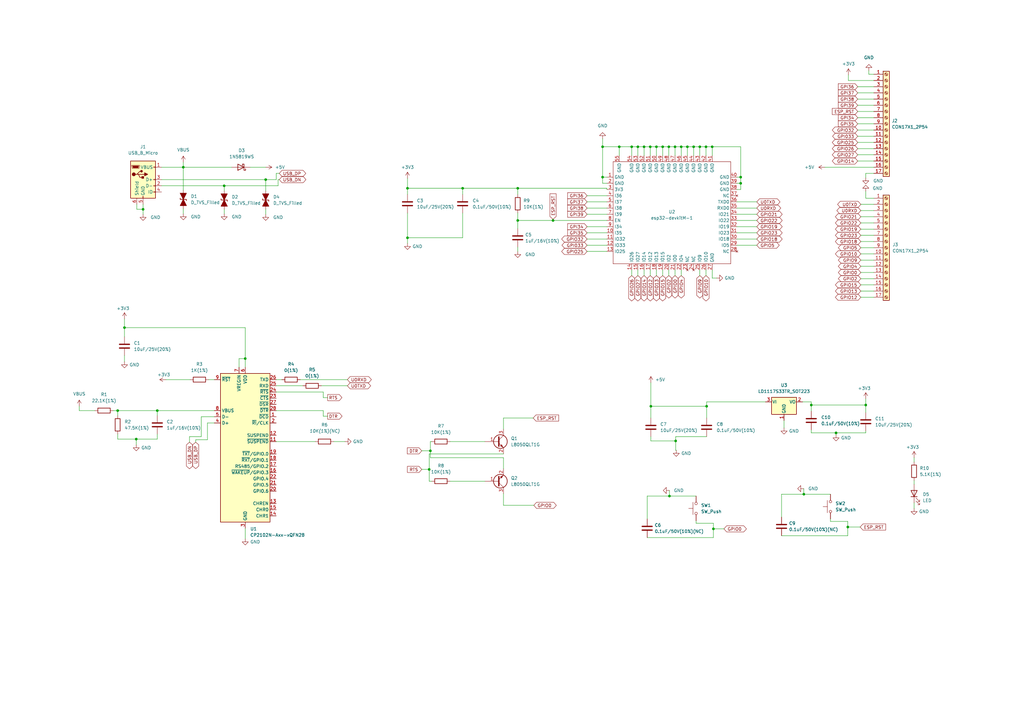
<source format=kicad_sch>
(kicad_sch (version 20211123) (generator eeschema)
  (paper "A3")
  (lib_symbols
    (symbol "Connector:Screw_Terminal_01x17" (pin_names (offset 1.016) hide)
      (property "Reference" "J" (at 0 22.86 0))
      (property "Value" "Screw_Terminal_01x17" (at 0 -22.86 0))
      (symbol "Screw_Terminal_01x17_1_1"
        (pin passive line (at -5.08 20.32 0) (length 3.81) (name "Pin_1") (number "1"))
        (pin passive line (at -5.08 -2.54 0) (length 3.81) (name "Pin_10") (number "10"))
        (pin passive line (at -5.08 -5.08 0) (length 3.81) (name "Pin_11") (number "11"))
        (pin passive line (at -5.08 -7.62 0) (length 3.81) (name "Pin_12") (number "12"))
        (pin passive line (at -5.08 -10.16 0) (length 3.81) (name "Pin_13") (number "13"))
        (pin passive line (at -5.08 -12.7 0) (length 3.81) (name "Pin_14") (number "14"))
        (pin passive line (at -5.08 -15.24 0) (length 3.81) (name "Pin_15") (number "15"))
        (pin passive line (at -5.08 -17.78 0) (length 3.81) (name "Pin_16") (number "16"))
        (pin passive line (at -5.08 -20.32 0) (length 3.81) (name "Pin_17") (number "17"))
        (pin passive line (at -5.08 17.78 0) (length 3.81) (name "Pin_2") (number "2"))
        (pin passive line (at -5.08 15.24 0) (length 3.81) (name "Pin_3") (number "3"))
        (pin passive line (at -5.08 12.7 0) (length 3.81) (name "Pin_4") (number "4"))
        (pin passive line (at -5.08 10.16 0) (length 3.81) (name "Pin_5") (number "5"))
        (pin passive line (at -5.08 7.62 0) (length 3.81) (name "Pin_6") (number "6"))
        (pin passive line (at -5.08 5.08 0) (length 3.81) (name "Pin_7") (number "7"))
        (pin passive line (at -5.08 2.54 0) (length 3.81) (name "Pin_8") (number "8"))
        (pin passive line (at -5.08 0 0) (length 3.81) (name "Pin_9") (number "9"))
      )
    )
    (symbol "Connector:USB_B_Micro" (pin_names (offset 1.016))
      (property "Reference" "J" (at -5.08 11.43 0))
      (property "Value" "USB_B_Micro" (at -5.08 8.89 0))
      (symbol "USB_B_Micro_1_1"
        (pin power_out line (at 7.62 5.08 180) (length 2.54) (name "VBUS") (number "1"))
        (pin bidirectional line (at 7.62 -2.54 180) (length 2.54) (name "D-") (number "2"))
        (pin bidirectional line (at 7.62 0 180) (length 2.54) (name "D+") (number "3"))
        (pin passive line (at 7.62 -5.08 180) (length 2.54) (name "ID") (number "4"))
        (pin power_out line (at 0 -10.16 90) (length 2.54) (name "GND") (number "5"))
        (pin passive line (at -2.54 -10.16 90) (length 2.54) (name "Shield") (number "6"))
      )
    )
    (symbol "Device:C" (pin_numbers hide) (pin_names (offset 0.254))
      (property "Reference" "C" (at 0.635 2.54 0))
      (property "Value" "C" (at 0.635 -2.54 0))
      (symbol "C_1_1"
        (pin passive line (at 0 3.81 270) (length 2.794) (name "~") (number "1"))
        (pin passive line (at 0 -3.81 90) (length 2.794) (name "~") (number "2"))
      )
    )
    (symbol "Device:D_TVS_Filled" (pin_numbers hide) (pin_names (offset 1.016) hide)
      (property "Reference" "D" (at 0 2.54 0))
      (property "Value" "D_TVS_Filled" (at 0 -2.54 0))
      (symbol "D_TVS_Filled_1_1"
        (pin passive line (at -3.81 0 0) (length 2.54) (name "A1") (number "1"))
        (pin passive line (at 3.81 0 180) (length 2.54) (name "A2") (number "2"))
      )
    )
    (symbol "Device:LED" (pin_numbers hide) (pin_names (offset 1.016) hide)
      (property "Reference" "D" (at 0 2.54 0))
      (property "Value" "LED" (at 0 -2.54 0))
      (symbol "LED_1_1"
        (pin passive line (at -3.81 0 0) (length 2.54) (name "K") (number "1"))
        (pin passive line (at 3.81 0 180) (length 2.54) (name "A") (number "2"))
      )
    )
    (symbol "Device:R" (pin_numbers hide) (pin_names (offset 0))
      (property "Reference" "R" (at 2.032 0 90))
      (property "Value" "R" (at 0 0 90))
      (symbol "R_1_1"
        (pin passive line (at 0 3.81 270) (length 1.27) (name "~") (number "1"))
        (pin passive line (at 0 -3.81 90) (length 1.27) (name "~") (number "2"))
      )
    )
    (symbol "Diode:1N5819WS" (pin_numbers hide) (pin_names (offset 1.016) hide)
      (property "Reference" "D" (at 0 2.54 0))
      (property "Value" "1N5819WS" (at 0 -2.54 0))
      (symbol "1N5819WS_1_1"
        (pin passive line (at -3.81 0 0) (length 2.54) (name "K") (number "1"))
        (pin passive line (at 3.81 0 180) (length 2.54) (name "A") (number "2"))
      )
    )
    (symbol "Interface_USB:CP2102N-Axx-xQFN28"
      (property "Reference" "U" (at -8.89 31.75 0))
      (property "Value" "CP2102N-Axx-xQFN28" (at 12.7 31.75 0))
      (symbol "CP2102N-Axx-xQFN28_1_1"
        (pin input line (at 12.7 12.7 180) (length 2.54) (name "~{DCD}") (number "1"))
        (pin no_connect line (at -10.16 -27.94 0) (length 2.54) hide (name "NC") (number "10"))
        (pin output line (at 12.7 2.54 180) (length 2.54) (name "~{SUSPEND}") (number "11"))
        (pin output line (at 12.7 5.08 180) (length 2.54) (name "SUSPEND") (number "12"))
        (pin output line (at 12.7 -22.86 180) (length 2.54) (name "CHREN") (number "13"))
        (pin output line (at 12.7 -27.94 180) (length 2.54) (name "CHR1") (number "14"))
        (pin output line (at 12.7 -25.4 180) (length 2.54) (name "CHR0") (number "15"))
        (pin bidirectional line (at 12.7 -10.16 180) (length 2.54) (name "~{WAKEUP}/GPIO.3") (number "16"))
        (pin bidirectional line (at 12.7 -7.62 180) (length 2.54) (name "RS485/GPIO.2") (number "17"))
        (pin bidirectional line (at 12.7 -5.08 180) (length 2.54) (name "~{RXT}/GPIO.1") (number "18"))
        (pin bidirectional line (at 12.7 -2.54 180) (length 2.54) (name "~{TXT}/GPIO.0") (number "19"))
        (pin bidirectional line (at 12.7 10.16 180) (length 2.54) (name "~{RI}/CLK") (number "2"))
        (pin bidirectional line (at 12.7 -17.78 180) (length 2.54) (name "GPIO.6") (number "20"))
        (pin bidirectional line (at 12.7 -15.24 180) (length 2.54) (name "GPIO.5") (number "21"))
        (pin bidirectional line (at 12.7 -12.7 180) (length 2.54) (name "GPIO.4") (number "22"))
        (pin input line (at 12.7 20.32 180) (length 2.54) (name "~{CTS}") (number "23"))
        (pin output line (at 12.7 22.86 180) (length 2.54) (name "~{RTS}") (number "24"))
        (pin input line (at 12.7 25.4 180) (length 2.54) (name "RXD") (number "25"))
        (pin output line (at 12.7 27.94 180) (length 2.54) (name "TXD") (number "26"))
        (pin input line (at 12.7 17.78 180) (length 2.54) (name "~{DSR}") (number "27"))
        (pin output line (at 12.7 15.24 180) (length 2.54) (name "~{DTR}") (number "28"))
        (pin passive line (at 0 -33.02 90) (length 2.54) hide (name "GND") (number "29"))
        (pin power_in line (at 0 -33.02 90) (length 2.54) (name "GND") (number "3"))
        (pin bidirectional line (at -12.7 10.16 0) (length 2.54) (name "D+") (number "4"))
        (pin bidirectional line (at -12.7 12.7 0) (length 2.54) (name "D-") (number "5"))
        (pin power_in line (at 0 33.02 270) (length 2.54) (name "VDD") (number "6"))
        (pin power_in line (at -2.54 33.02 270) (length 2.54) (name "VREGIN") (number "7"))
        (pin input line (at -12.7 15.24 0) (length 2.54) (name "VBUS") (number "8"))
        (pin input line (at -12.7 27.94 0) (length 2.54) (name "~{RST}") (number "9"))
      )
    )
    (symbol "Regulator_Linear:LD1117S33TR_SOT223" (pin_names (offset 0.254))
      (property "Reference" "U" (at -3.81 3.175 0))
      (property "Value" "LD1117S33TR_SOT223" (at 0 3.175 0))
      (symbol "LD1117S33TR_SOT223_1_1"
        (pin power_in line (at 0 -7.62 90) (length 2.54) (name "GND") (number "1"))
        (pin power_out line (at 7.62 0 180) (length 2.54) (name "VO") (number "2"))
        (pin power_in line (at -7.62 0 0) (length 2.54) (name "VI") (number "3"))
      )
    )
    (symbol "Switch:SW_Push" (pin_numbers hide) (pin_names (offset 1.016) hide)
      (property "Reference" "SW" (at 1.27 2.54 0))
      (property "Value" "SW_Push" (at 0 -1.524 0))
      (symbol "SW_Push_0_1"
        (pin passive line (at -5.08 0 0) (length 2.54) (name "1") (number "1"))
        (pin passive line (at 5.08 0 180) (length 2.54) (name "2") (number "2"))
      )
    )
    (symbol "Transistor_BJT:BC847" (pin_names (offset 0) hide)
      (property "Reference" "Q" (at 5.08 1.905 0))
      (property "Value" "BC847" (at 5.08 0 0))
      (symbol "BC847_1_1"
        (pin input line (at -5.08 0 0) (length 5.715) (name "B") (number "1"))
        (pin passive line (at 2.54 -5.08 90) (length 2.54) (name "E") (number "2"))
        (pin passive line (at 2.54 5.08 270) (length 2.54) (name "C") (number "3"))
      )
    )
    (symbol "esp32-devkitm-1:esp32-devkitM-1"
      (property "Reference" "U1" (at 0 1.016 0))
      (property "Value" "esp32-devkitM-1" (at 0 -1.524 0))
      (symbol "esp32-devkitM-1_1_1"
        (pin output line (at -26.67 15.24 0) (length 2.54) (name "GND") (number "1"))
        (pin input line (at -26.67 -7.62 0) (length 2.54) (name "I35") (number "10"))
        (pin bidirectional line (at -26.67 -10.16 0) (length 2.54) (name "IO32") (number "11"))
        (pin bidirectional line (at -26.67 -12.7 0) (length 2.54) (name "IO33") (number "12"))
        (pin bidirectional line (at -26.67 -15.24 0) (length 2.54) (name "IO25") (number "13"))
        (pin bidirectional line (at -16.51 -22.86 90) (length 2.54) (name "IO26") (number "14"))
        (pin bidirectional line (at -13.97 -22.86 90) (length 2.54) (name "IO27") (number "15"))
        (pin bidirectional line (at -11.43 -22.86 90) (length 2.54) (name "IO14") (number "16"))
        (pin bidirectional line (at -8.89 -22.86 90) (length 2.54) (name "IO12") (number "17"))
        (pin bidirectional line (at -6.35 -22.86 90) (length 2.54) (name "IO13") (number "18"))
        (pin bidirectional line (at -3.81 -22.86 90) (length 2.54) (name "IO15") (number "19"))
        (pin output line (at -26.67 12.7 0) (length 2.54) (name "GND") (number "2"))
        (pin bidirectional line (at -1.27 -22.86 90) (length 2.54) (name "IO2") (number "20"))
        (pin bidirectional line (at 1.27 -22.86 90) (length 2.54) (name "IO0") (number "21"))
        (pin bidirectional line (at 3.81 -22.86 90) (length 2.54) (name "IO4") (number "22"))
        (pin no_connect line (at 6.35 -22.86 90) (length 2.54) (name "NC") (number "23"))
        (pin no_connect line (at 8.89 -22.86 90) (length 2.54) (name "NC") (number "24"))
        (pin bidirectional line (at 11.43 -22.86 90) (length 2.54) (name "IO9") (number "25"))
        (pin bidirectional line (at 13.97 -22.86 90) (length 2.54) (name "IO10") (number "26"))
        (pin output line (at 16.51 -22.86 90) (length 2.54) (name "GND") (number "27"))
        (pin no_connect line (at 26.67 -15.24 180) (length 2.54) (name "NC") (number "28"))
        (pin bidirectional line (at 26.67 -12.7 180) (length 2.54) (name "IO5") (number "29"))
        (pin power_in line (at -26.67 10.16 0) (length 2.54) (name "3V3") (number "3"))
        (pin bidirectional line (at 26.67 -10.16 180) (length 2.54) (name "IO18") (number "30"))
        (pin bidirectional line (at 26.67 -7.62 180) (length 2.54) (name "IO23") (number "31"))
        (pin bidirectional line (at 26.67 -5.08 180) (length 2.54) (name "IO19") (number "32"))
        (pin bidirectional line (at 26.67 -2.54 180) (length 2.54) (name "IO22") (number "33"))
        (pin bidirectional line (at 26.67 0 180) (length 2.54) (name "IO21") (number "34"))
        (pin bidirectional line (at 26.67 2.54 180) (length 2.54) (name "RXD0") (number "35"))
        (pin bidirectional line (at 26.67 5.08 180) (length 2.54) (name "TXD0") (number "36"))
        (pin no_connect line (at 26.67 7.62 180) (length 2.54) (name "NC") (number "37"))
        (pin output line (at 26.67 10.16 180) (length 2.54) (name "GND") (number "38"))
        (pin output line (at 26.67 12.7 180) (length 2.54) (name "GND") (number "39"))
        (pin input line (at -26.67 7.62 0) (length 2.54) (name "I36") (number "4"))
        (pin output line (at 26.67 15.24 180) (length 2.54) (name "GND") (number "40"))
        (pin output line (at 16.51 24.13 270) (length 2.54) (name "GND") (number "41"))
        (pin output line (at 13.97 24.13 270) (length 2.54) (name "GND") (number "42"))
        (pin output line (at 11.43 24.13 270) (length 2.54) (name "GND") (number "43"))
        (pin output line (at 8.89 24.13 270) (length 2.54) (name "GND") (number "44"))
        (pin output line (at 6.35 24.13 270) (length 2.54) (name "GND") (number "45"))
        (pin output line (at 3.81 24.13 270) (length 2.54) (name "GND") (number "46"))
        (pin output line (at 1.27 24.13 270) (length 2.54) (name "GND") (number "47"))
        (pin output line (at -1.27 24.13 270) (length 2.54) (name "GND") (number "48"))
        (pin output line (at -3.81 24.13 270) (length 2.54) (name "GND") (number "49"))
        (pin input line (at -26.67 5.08 0) (length 2.54) (name "I37") (number "5"))
        (pin output line (at -6.35 24.13 270) (length 2.54) (name "GND") (number "50"))
        (pin output line (at -8.89 24.13 270) (length 2.54) (name "GND") (number "51"))
        (pin output line (at -11.43 24.13 270) (length 2.54) (name "GND") (number "52"))
        (pin output line (at -13.97 24.13 270) (length 2.54) (name "GND") (number "53"))
        (pin output line (at -16.51 24.13 270) (length 2.54) (name "GND") (number "54"))
        (pin output line (at -21.59 24.13 270) (length 2.54) (name "GND") (number "55"))
        (pin input line (at -26.67 2.54 0) (length 2.54) (name "I38") (number "6"))
        (pin input line (at -26.67 0 0) (length 2.54) (name "I39") (number "7"))
        (pin input line (at -26.67 -2.54 0) (length 2.54) (name "EN") (number "8"))
        (pin input line (at -26.67 -5.08 0) (length 2.54) (name "I34") (number "9"))
      )
    )
    (symbol "power:+3V3" (power) (pin_names (offset 0))
      (property "Value" "+3V3" (at 0 3.556 0))
      (symbol "+3V3_1_1"
        (pin power_in line (at 0 0 90) (length 0) hide (name "+3V3") (number "1"))
      )
    )
    (symbol "power:+5V" (power) (pin_names (offset 0))
      (property "Value" "+5V" (at 0 3.556 0))
      (symbol "+5V_1_1"
        (pin power_in line (at 0 0 90) (length 0) hide (name "+5V") (number "1"))
      )
    )
    (symbol "power:GND" (power) (pin_names (offset 0))
      (property "Value" "GND" (at 0 -3.81 0))
      (symbol "GND_1_1"
        (pin power_in line (at 0 0 270) (length 0) hide (name "GND") (number "1"))
      )
    )
    (symbol "power:VBUS" (power) (pin_names (offset 0))
      (property "Value" "VBUS" (at 0 3.81 0))
      (symbol "VBUS_1_1"
        (pin power_in line (at 0 0 90) (length 0) hide (name "VBUS") (number "1"))
      )
    )
  )
  (junction (at 176.022 192.532))
  (junction (at 259.08 60.198))
  (junction (at 284.48 60.198))
  (junction (at 276.86 60.198))
  (junction (at 64.516 168.402))
  (junction (at 108.966 73.66))
  (junction (at 254 60.198))
  (junction (at 167.132 77.216))
  (junction (at 281.94 60.198))
  (junction (at 269.24 60.198))
  (junction (at 55.88 180.086))
  (junction (at 58.674 85.852))
  (junction (at 261.62 60.198))
  (junction (at 51.054 134.366))
  (junction (at 189.738 77.216))
  (junction (at 271.78 60.198))
  (junction (at 279.4 60.198))
  (junction (at 303.784 75.184))
  (junction (at 48.26 168.402))
  (junction (at 212.344 77.216))
  (junction (at 292.1 60.198))
  (junction (at 289.56 60.198))
  (junction (at 274.574 203.454))
  (junction (at 277.114 180.848))
  (junction (at 266.7 60.198))
  (junction (at 303.784 72.644))
  (junction (at 274.32 60.198))
  (junction (at 212.344 90.424))
  (junction (at 342.9 177.546))
  (junction (at 332.74 166.116))
  (junction (at 347.726 216.154))
  (junction (at 329.692 202.692))
  (junction (at 247.142 60.198))
  (junction (at 355.092 166.116))
  (junction (at 91.948 76.2))
  (junction (at 176.53 184.912))
  (junction (at 287.02 60.198))
  (junction (at 292.608 216.916))
  (junction (at 226.822 90.424))
  (junction (at 75.184 68.58))
  (junction (at 247.142 72.644))
  (junction (at 266.954 166.624))
  (junction (at 167.132 97.536))
  (junction (at 289.814 166.624))
  (junction (at 264.16 60.198))
  (junction (at 100.584 147.066))
  (wire (pts (xy 353.06 104.14) (xy 358.394 104.14)))
  (wire (pts (xy 353.06 116.84) (xy 358.394 116.84)))
  (wire (pts (xy 75.184 68.58) (xy 75.184 77.978)))
  (wire (pts (xy 332.74 164.846) (xy 332.74 166.116)))
  (wire (pts (xy 289.814 166.624) (xy 266.954 166.624)))
  (wire (pts (xy 226.822 90.424) (xy 248.92 90.424)))
  (wire (pts (xy 355.092 81.28) (xy 358.394 81.28)))
  (wire (pts (xy 277.114 179.07) (xy 277.114 180.848)))
  (wire (pts (xy 176.53 187.706) (xy 176.53 184.912)))
  (wire (pts (xy 206.502 171.45) (xy 206.502 176.022)))
  (wire (pts (xy 176.53 181.102) (xy 177.038 181.102)))
  (wire (pts (xy 113.284 71.12) (xy 113.284 73.66)))
  (wire (pts (xy 108.966 85.852) (xy 108.966 87.884)))
  (wire (pts (xy 91.948 85.852) (xy 91.948 87.63)))
  (wire (pts (xy 75.184 66.548) (xy 75.184 68.58)))
  (wire (pts (xy 266.7 110.744) (xy 266.7 113.03)))
  (wire (pts (xy 167.132 77.216) (xy 189.738 77.216)))
  (wire (pts (xy 240.792 85.344) (xy 248.92 85.344)))
  (wire (pts (xy 80.264 181.356) (xy 80.264 180.34)))
  (wire (pts (xy 347.98 33.02) (xy 358.394 33.02)))
  (wire (pts (xy 212.344 90.424) (xy 212.344 93.726)))
  (wire (pts (xy 302.26 77.724) (xy 303.784 77.724)))
  (wire (pts (xy 281.94 60.198) (xy 281.94 63.754)))
  (wire (pts (xy 351.79 35.56) (xy 358.394 35.56)))
  (wire (pts (xy 212.344 90.424) (xy 226.822 90.424)))
  (wire (pts (xy 264.16 110.744) (xy 264.16 113.03)))
  (wire (pts (xy 254 60.198) (xy 254 63.754)))
  (wire (pts (xy 206.502 186.182) (xy 176.022 186.182)))
  (wire (pts (xy 351.79 45.72) (xy 358.394 45.72)))
  (wire (pts (xy 351.79 58.42) (xy 358.394 58.42)))
  (wire (pts (xy 355.092 169.164) (xy 355.092 166.116)))
  (wire (pts (xy 355.092 72.898) (xy 355.092 71.12)))
  (wire (pts (xy 261.62 60.198) (xy 259.08 60.198)))
  (wire (pts (xy 189.738 97.536) (xy 167.132 97.536)))
  (wire (pts (xy 353.06 111.76) (xy 358.394 111.76)))
  (wire (pts (xy 85.598 155.702) (xy 87.884 155.702)))
  (wire (pts (xy 353.06 96.52) (xy 358.394 96.52)))
  (wire (pts (xy 51.054 134.366) (xy 100.584 134.366)))
  (wire (pts (xy 113.284 158.242) (xy 124.206 158.242)))
  (wire (pts (xy 351.79 38.1) (xy 358.394 38.1)))
  (wire (pts (xy 113.284 181.102) (xy 129.286 181.102)))
  (wire (pts (xy 247.142 56.896) (xy 247.142 60.198)))
  (wire (pts (xy 289.56 110.744) (xy 289.56 113.03)))
  (wire (pts (xy 259.08 60.198) (xy 254 60.198)))
  (wire (pts (xy 172.974 184.912) (xy 176.53 184.912)))
  (wire (pts (xy 292.608 216.916) (xy 296.926 216.916)))
  (wire (pts (xy 355.092 177.546) (xy 342.9 177.546)))
  (wire (pts (xy 114.046 73.66) (xy 114.046 76.2)))
  (wire (pts (xy 292.1 60.198) (xy 289.56 60.198)))
  (wire (pts (xy 292.1 114.046) (xy 293.878 114.046)))
  (wire (pts (xy 98.044 147.066) (xy 100.584 147.066)))
  (wire (pts (xy 82.55 179.07) (xy 82.55 170.942)))
  (wire (pts (xy 80.264 180.34) (xy 85.09 180.34)))
  (wire (pts (xy 108.966 73.66) (xy 113.284 73.66)))
  (wire (pts (xy 64.516 180.086) (xy 55.88 180.086)))
  (wire (pts (xy 284.48 60.198) (xy 281.94 60.198)))
  (wire (pts (xy 355.092 166.116) (xy 332.74 166.116)))
  (wire (pts (xy 56.134 85.852) (xy 58.674 85.852)))
  (wire (pts (xy 351.79 53.34) (xy 358.394 53.34)))
  (wire (pts (xy 240.792 92.964) (xy 248.92 92.964)))
  (wire (pts (xy 136.906 181.102) (xy 141.478 181.102)))
  (wire (pts (xy 259.08 60.198) (xy 259.08 63.754)))
  (wire (pts (xy 353.06 101.6) (xy 358.394 101.6)))
  (wire (pts (xy 313.944 164.846) (xy 289.814 164.846)))
  (wire (pts (xy 269.24 110.744) (xy 269.24 113.03)))
  (wire (pts (xy 64.516 178.054) (xy 64.516 180.086)))
  (wire (pts (xy 302.26 92.964) (xy 310.388 92.964)))
  (wire (pts (xy 355.092 163.576) (xy 355.092 166.116)))
  (wire (pts (xy 340.614 213.868) (xy 347.726 213.868)))
  (wire (pts (xy 123.19 155.702) (xy 142.494 155.702)))
  (wire (pts (xy 351.79 43.18) (xy 358.394 43.18)))
  (wire (pts (xy 302.26 95.504) (xy 310.388 95.504)))
  (wire (pts (xy 212.344 87.376) (xy 212.344 90.424)))
  (wire (pts (xy 351.79 66.04) (xy 358.394 66.04)))
  (wire (pts (xy 347.726 216.154) (xy 347.726 213.868)))
  (wire (pts (xy 321.564 172.466) (xy 321.564 175.514)))
  (wire (pts (xy 353.06 109.22) (xy 358.394 109.22)))
  (wire (pts (xy 77.724 179.07) (xy 82.55 179.07)))
  (wire (pts (xy 289.56 60.198) (xy 287.02 60.198)))
  (wire (pts (xy 351.79 48.26) (xy 358.394 48.26)))
  (wire (pts (xy 292.608 216.916) (xy 292.608 214.63)))
  (wire (pts (xy 281.94 60.198) (xy 279.4 60.198)))
  (wire (pts (xy 332.74 176.276) (xy 332.74 177.546)))
  (wire (pts (xy 64.516 168.402) (xy 64.516 170.434)))
  (wire (pts (xy 176.022 197.358) (xy 177.038 197.358)))
  (wire (pts (xy 131.826 158.242) (xy 142.494 158.242)))
  (wire (pts (xy 167.132 73.152) (xy 167.132 77.216)))
  (wire (pts (xy 108.966 73.66) (xy 108.966 78.232)))
  (wire (pts (xy 269.24 60.198) (xy 269.24 63.754)))
  (wire (pts (xy 167.132 87.376) (xy 167.132 97.536)))
  (wire (pts (xy 265.43 220.472) (xy 292.608 220.472)))
  (wire (pts (xy 355.092 71.12) (xy 358.394 71.12)))
  (wire (pts (xy 134.366 163.068) (xy 132.588 163.068)))
  (wire (pts (xy 342.9 177.546) (xy 342.9 178.308)))
  (wire (pts (xy 100.584 147.066) (xy 100.584 150.622)))
  (wire (pts (xy 289.56 60.198) (xy 289.56 63.754)))
  (wire (pts (xy 66.294 76.2) (xy 91.948 76.2)))
  (wire (pts (xy 279.4 60.198) (xy 276.86 60.198)))
  (wire (pts (xy 48.26 178.054) (xy 48.26 180.086)))
  (wire (pts (xy 240.792 95.504) (xy 248.92 95.504)))
  (wire (pts (xy 247.142 60.198) (xy 247.142 72.644)))
  (wire (pts (xy 320.548 202.692) (xy 329.692 202.692)))
  (wire (pts (xy 32.512 168.402) (xy 38.862 168.402)))
  (wire (pts (xy 51.054 138.176) (xy 51.054 134.366)))
  (wire (pts (xy 176.022 186.182) (xy 176.022 192.532)))
  (wire (pts (xy 374.904 206.248) (xy 374.904 208.534)))
  (wire (pts (xy 284.48 60.198) (xy 284.48 63.754)))
  (wire (pts (xy 55.88 180.086) (xy 55.88 182.372)))
  (wire (pts (xy 265.43 203.454) (xy 274.574 203.454)))
  (wire (pts (xy 68.072 155.702) (xy 77.978 155.702)))
  (wire (pts (xy 303.784 60.198) (xy 292.1 60.198)))
  (wire (pts (xy 356.362 28.956) (xy 356.362 30.48)))
  (wire (pts (xy 64.516 168.402) (xy 87.884 168.402)))
  (wire (pts (xy 75.184 68.58) (xy 94.996 68.58)))
  (wire (pts (xy 189.738 77.216) (xy 212.344 77.216)))
  (wire (pts (xy 66.294 73.66) (xy 108.966 73.66)))
  (wire (pts (xy 302.26 75.184) (xy 303.784 75.184)))
  (wire (pts (xy 374.904 187.706) (xy 374.904 189.484)))
  (wire (pts (xy 167.132 79.756) (xy 167.132 77.216)))
  (wire (pts (xy 338.328 68.58) (xy 358.394 68.58)))
  (wire (pts (xy 303.784 75.184) (xy 303.784 72.644)))
  (wire (pts (xy 289.814 179.07) (xy 277.114 179.07)))
  (wire (pts (xy 100.584 216.662) (xy 100.584 220.98)))
  (wire (pts (xy 351.79 60.96) (xy 358.394 60.96)))
  (wire (pts (xy 172.974 192.532) (xy 176.022 192.532)))
  (wire (pts (xy 247.142 75.184) (xy 248.92 75.184)))
  (wire (pts (xy 353.06 114.3) (xy 358.394 114.3)))
  (wire (pts (xy 355.092 176.784) (xy 355.092 177.546)))
  (wire (pts (xy 184.658 181.102) (xy 198.882 181.102)))
  (wire (pts (xy 276.86 60.198) (xy 276.86 63.754)))
  (wire (pts (xy 206.502 187.706) (xy 176.53 187.706)))
  (wire (pts (xy 212.344 101.346) (xy 212.344 103.124)))
  (wire (pts (xy 113.284 168.402) (xy 132.588 168.402)))
  (wire (pts (xy 353.06 93.98) (xy 358.394 93.98)))
  (wire (pts (xy 355.092 78.486) (xy 355.092 81.28)))
  (wire (pts (xy 289.814 171.45) (xy 289.814 166.624)))
  (wire (pts (xy 248.92 77.216) (xy 248.92 77.724)))
  (wire (pts (xy 184.658 197.358) (xy 198.882 197.358)))
  (wire (pts (xy 247.142 72.644) (xy 247.142 75.184)))
  (wire (pts (xy 176.53 184.912) (xy 176.53 181.102)))
  (wire (pts (xy 302.26 100.584) (xy 310.388 100.584)))
  (wire (pts (xy 77.724 181.356) (xy 77.724 179.07)))
  (wire (pts (xy 98.044 150.622) (xy 98.044 147.066)))
  (wire (pts (xy 271.78 60.198) (xy 271.78 63.754)))
  (wire (pts (xy 48.26 168.402) (xy 64.516 168.402)))
  (wire (pts (xy 264.16 60.198) (xy 264.16 63.754)))
  (wire (pts (xy 332.74 177.546) (xy 342.9 177.546)))
  (wire (pts (xy 265.43 212.852) (xy 265.43 203.454)))
  (wire (pts (xy 320.548 212.09) (xy 320.548 202.692)))
  (wire (pts (xy 48.26 168.402) (xy 48.26 170.434)))
  (wire (pts (xy 302.26 87.884) (xy 310.388 87.884)))
  (wire (pts (xy 261.62 60.198) (xy 261.62 63.754)))
  (wire (pts (xy 292.608 220.472) (xy 292.608 216.916)))
  (wire (pts (xy 303.784 72.644) (xy 303.784 60.198)))
  (wire (pts (xy 85.09 173.482) (xy 87.884 173.482)))
  (wire (pts (xy 351.79 40.64) (xy 358.394 40.64)))
  (wire (pts (xy 351.79 55.88) (xy 358.394 55.88)))
  (wire (pts (xy 247.142 72.644) (xy 248.92 72.644)))
  (wire (pts (xy 274.32 60.198) (xy 271.78 60.198)))
  (wire (pts (xy 189.738 87.376) (xy 189.738 97.536)))
  (wire (pts (xy 353.06 119.38) (xy 358.394 119.38)))
  (wire (pts (xy 269.24 60.198) (xy 266.7 60.198)))
  (wire (pts (xy 82.55 170.942) (xy 87.884 170.942)))
  (wire (pts (xy 132.588 163.068) (xy 132.588 160.782)))
  (wire (pts (xy 240.792 98.044) (xy 248.92 98.044)))
  (wire (pts (xy 266.7 60.198) (xy 266.7 63.754)))
  (wire (pts (xy 259.08 110.744) (xy 259.08 113.03)))
  (wire (pts (xy 320.548 219.71) (xy 347.726 219.71)))
  (wire (pts (xy 48.26 180.086) (xy 55.88 180.086)))
  (wire (pts (xy 285.496 213.614) (xy 285.496 214.63)))
  (wire (pts (xy 287.02 110.744) (xy 287.02 113.03)))
  (wire (pts (xy 264.16 60.198) (xy 261.62 60.198)))
  (wire (pts (xy 279.4 60.198) (xy 279.4 63.754)))
  (wire (pts (xy 266.954 180.848) (xy 277.114 180.848)))
  (wire (pts (xy 302.26 82.804) (xy 310.388 82.804)))
  (wire (pts (xy 340.614 212.852) (xy 340.614 213.868)))
  (wire (pts (xy 132.588 170.688) (xy 132.588 168.402)))
  (wire (pts (xy 374.904 197.104) (xy 374.904 198.628)))
  (wire (pts (xy 206.502 171.45) (xy 218.694 171.45)))
  (wire (pts (xy 46.482 168.402) (xy 48.26 168.402)))
  (wire (pts (xy 356.362 30.48) (xy 358.394 30.48)))
  (wire (pts (xy 277.114 180.848) (xy 277.114 184.658)))
  (wire (pts (xy 274.32 110.744) (xy 274.32 113.03)))
  (wire (pts (xy 212.344 77.216) (xy 212.344 79.756)))
  (wire (pts (xy 240.792 103.124) (xy 248.92 103.124)))
  (wire (pts (xy 176.022 192.532) (xy 176.022 197.358)))
  (wire (pts (xy 353.06 86.36) (xy 358.394 86.36)))
  (wire (pts (xy 332.74 168.656) (xy 332.74 166.116)))
  (wire (pts (xy 134.366 170.688) (xy 132.588 170.688)))
  (wire (pts (xy 353.06 99.06) (xy 358.394 99.06)))
  (wire (pts (xy 167.132 97.536) (xy 167.132 99.822)))
  (wire (pts (xy 347.726 219.71) (xy 347.726 216.154)))
  (wire (pts (xy 271.78 110.744) (xy 271.78 113.03)))
  (wire (pts (xy 266.954 166.624) (xy 266.954 171.45)))
  (wire (pts (xy 218.948 207.264) (xy 206.502 207.264)))
  (wire (pts (xy 206.502 187.706) (xy 206.502 192.278)))
  (wire (pts (xy 274.32 60.198) (xy 274.32 63.754)))
  (wire (pts (xy 353.06 121.92) (xy 358.394 121.92)))
  (wire (pts (xy 276.86 60.198) (xy 274.32 60.198)))
  (wire (pts (xy 206.502 202.438) (xy 206.502 207.264)))
  (wire (pts (xy 91.948 76.2) (xy 114.046 76.2)))
  (wire (pts (xy 329.184 164.846) (xy 332.74 164.846)))
  (wire (pts (xy 114.554 73.66) (xy 114.046 73.66)))
  (wire (pts (xy 287.02 60.198) (xy 284.48 60.198)))
  (wire (pts (xy 276.86 110.744) (xy 276.86 113.03)))
  (wire (pts (xy 302.26 90.424) (xy 310.388 90.424)))
  (wire (pts (xy 32.512 166.624) (xy 32.512 168.402)))
  (wire (pts (xy 266.7 60.198) (xy 264.16 60.198)))
  (wire (pts (xy 254 60.198) (xy 247.142 60.198)))
  (wire (pts (xy 240.792 87.884) (xy 248.92 87.884)))
  (wire (pts (xy 58.674 85.852) (xy 58.674 87.884)))
  (wire (pts (xy 85.09 180.34) (xy 85.09 173.482)))
  (wire (pts (xy 303.784 77.724) (xy 303.784 75.184)))
  (wire (pts (xy 51.054 130.81) (xy 51.054 134.366)))
  (wire (pts (xy 75.184 85.598) (xy 75.184 87.63)))
  (wire (pts (xy 353.06 88.9) (xy 358.394 88.9)))
  (wire (pts (xy 277.114 184.658) (xy 277.368 184.658)))
  (wire (pts (xy 212.344 77.216) (xy 248.92 77.216)))
  (wire (pts (xy 289.814 164.846) (xy 289.814 166.624)))
  (wire (pts (xy 114.554 71.12) (xy 113.284 71.12)))
  (wire (pts (xy 51.054 145.796) (xy 51.054 148.336)))
  (wire (pts (xy 102.616 68.58) (xy 108.966 68.58)))
  (wire (pts (xy 226.822 89.916) (xy 226.822 90.424)))
  (wire (pts (xy 240.792 82.804) (xy 248.92 82.804)))
  (wire (pts (xy 353.06 106.68) (xy 358.394 106.68)))
  (wire (pts (xy 287.02 60.198) (xy 287.02 63.754)))
  (wire (pts (xy 113.284 160.782) (xy 132.588 160.782)))
  (wire (pts (xy 66.294 68.58) (xy 75.184 68.58)))
  (wire (pts (xy 271.78 60.198) (xy 269.24 60.198)))
  (wire (pts (xy 347.98 30.734) (xy 347.98 33.02)))
  (wire (pts (xy 340.614 202.692) (xy 329.692 202.692)))
  (wire (pts (xy 347.726 216.154) (xy 352.806 216.154)))
  (wire (pts (xy 56.134 83.82) (xy 56.134 85.852)))
  (wire (pts (xy 100.584 134.366) (xy 100.584 147.066)))
  (wire (pts (xy 58.674 83.82) (xy 58.674 85.852)))
  (wire (pts (xy 353.06 91.44) (xy 358.394 91.44)))
  (wire (pts (xy 292.1 110.744) (xy 292.1 114.046)))
  (wire (pts (xy 329.692 202.692) (xy 329.692 200.406)))
  (wire (pts (xy 302.26 85.344) (xy 310.388 85.344)))
  (wire (pts (xy 353.06 83.82) (xy 358.394 83.82)))
  (wire (pts (xy 279.4 110.744) (xy 279.4 113.03)))
  (wire (pts (xy 113.284 155.702) (xy 115.57 155.702)))
  (wire (pts (xy 261.62 110.744) (xy 261.62 113.03)))
  (wire (pts (xy 302.26 98.044) (xy 310.388 98.044)))
  (wire (pts (xy 240.792 80.264) (xy 248.92 80.264)))
  (wire (pts (xy 189.738 77.216) (xy 189.738 79.756)))
  (wire (pts (xy 302.26 72.644) (xy 303.784 72.644)))
  (wire (pts (xy 240.792 100.584) (xy 248.92 100.584)))
  (wire (pts (xy 266.954 179.07) (xy 266.954 180.848)))
  (wire (pts (xy 274.574 203.454) (xy 274.574 201.168)))
  (wire (pts (xy 266.954 156.972) (xy 266.954 166.624)))
  (wire (pts (xy 351.79 63.5) (xy 358.394 63.5)))
  (wire (pts (xy 292.1 60.198) (xy 292.1 63.754)))
  (wire (pts (xy 285.496 203.454) (xy 274.574 203.454)))
  (wire (pts (xy 285.496 214.63) (xy 292.608 214.63)))
  (wire (pts (xy 351.79 50.8) (xy 358.394 50.8)))
  (wire (pts (xy 91.948 76.2) (xy 91.948 78.232)))
  (global_label "GPIO23" (shape bidirectional) (at 353.06 96.52 180) (property "Intersheet References" "${INTERSHEET_REFS}" (effects hide)))
  (global_label "GPIO5" (shape bidirectional) (at 310.388 100.584 0) (property "Intersheet References" "${INTERSHEET_REFS}" (effects hide)))
  (global_label "USB_DN" (shape bidirectional) (at 114.554 73.66 0) (property "Intersheet References" "${INTERSHEET_REFS}" (effects hide)))
  (global_label "GPIO4" (shape bidirectional) (at 353.06 109.22 180) (property "Intersheet References" "${INTERSHEET_REFS}" (effects hide)))
  (global_label "GPIO10" (shape bidirectional) (at 289.56 113.03 270) (property "Intersheet References" "${INTERSHEET_REFS}" (effects hide)))
  (global_label "GPI36" (shape input) (at 240.792 80.264 180) (property "Intersheet References" "${INTERSHEET_REFS}" (effects hide)))
  (global_label "GPIO0" (shape bidirectional) (at 276.86 113.03 270) (property "Intersheet References" "${INTERSHEET_REFS}" (effects hide)))
  (global_label "GPIO18" (shape bidirectional) (at 310.388 98.044 0) (property "Intersheet References" "${INTERSHEET_REFS}" (effects hide)))
  (global_label "GPIO18" (shape bidirectional) (at 353.06 99.06 180) (property "Intersheet References" "${INTERSHEET_REFS}" (effects hide)))
  (global_label "GPIO5" (shape bidirectional) (at 353.06 101.6 180) (property "Intersheet References" "${INTERSHEET_REFS}" (effects hide)))
  (global_label "GPIO15" (shape bidirectional) (at 271.78 113.03 270) (property "Intersheet References" "${INTERSHEET_REFS}" (effects hide)))
  (global_label "DTR" (shape input) (at 172.974 184.912 180) (property "Intersheet References" "${INTERSHEET_REFS}" (effects hide)))
  (global_label "GPIO27" (shape bidirectional) (at 261.62 113.03 270) (property "Intersheet References" "${INTERSHEET_REFS}" (effects hide)))
  (global_label "GPI38" (shape input) (at 351.79 40.64 180) (property "Intersheet References" "${INTERSHEET_REFS}" (effects hide)))
  (global_label "GPI37" (shape input) (at 351.79 38.1 180) (property "Intersheet References" "${INTERSHEET_REFS}" (effects hide)))
  (global_label "GPIO4" (shape bidirectional) (at 279.4 113.03 270) (property "Intersheet References" "${INTERSHEET_REFS}" (effects hide)))
  (global_label "GPIO32" (shape bidirectional) (at 240.792 98.044 180) (property "Intersheet References" "${INTERSHEET_REFS}" (effects hide)))
  (global_label "USB_DN" (shape bidirectional) (at 77.724 181.356 270) (property "Intersheet References" "${INTERSHEET_REFS}" (effects hide)))
  (global_label "GPI39" (shape input) (at 240.792 87.884 180) (property "Intersheet References" "${INTERSHEET_REFS}" (effects hide)))
  (global_label "U0TXD" (shape bidirectional) (at 142.494 158.242 0) (property "Intersheet References" "${INTERSHEET_REFS}" (effects hide)))
  (global_label "ESP_RST" (shape input) (at 351.79 45.72 180) (property "Intersheet References" "${INTERSHEET_REFS}" (effects hide)))
  (global_label "GPIO9" (shape bidirectional) (at 287.02 113.03 270) (property "Intersheet References" "${INTERSHEET_REFS}" (effects hide)))
  (global_label "GPI34" (shape input) (at 351.79 48.26 180) (property "Intersheet References" "${INTERSHEET_REFS}" (effects hide)))
  (global_label "GPIO10" (shape bidirectional) (at 353.06 104.14 180) (property "Intersheet References" "${INTERSHEET_REFS}" (effects hide)))
  (global_label "GPIO19" (shape bidirectional) (at 353.06 93.98 180) (property "Intersheet References" "${INTERSHEET_REFS}" (effects hide)))
  (global_label "GPI37" (shape input) (at 240.792 82.804 180) (property "Intersheet References" "${INTERSHEET_REFS}" (effects hide)))
  (global_label "GPIO2" (shape bidirectional) (at 274.32 113.03 270) (property "Intersheet References" "${INTERSHEET_REFS}" (effects hide)))
  (global_label "GPIO12" (shape bidirectional) (at 353.06 121.92 180) (property "Intersheet References" "${INTERSHEET_REFS}" (effects hide)))
  (global_label "GPI033" (shape bidirectional) (at 351.79 55.88 180) (property "Intersheet References" "${INTERSHEET_REFS}" (effects hide)))
  (global_label "GPIO26" (shape bidirectional) (at 259.08 113.03 270) (property "Intersheet References" "${INTERSHEET_REFS}" (effects hide)))
  (global_label "GPIO13" (shape bidirectional) (at 269.24 113.03 270) (property "Intersheet References" "${INTERSHEET_REFS}" (effects hide)))
  (global_label "DTR" (shape output) (at 134.366 170.688 0) (property "Intersheet References" "${INTERSHEET_REFS}" (effects hide)))
  (global_label "GPI36" (shape input) (at 351.79 35.56 180) (property "Intersheet References" "${INTERSHEET_REFS}" (effects hide)))
  (global_label "ESP_RST" (shape input) (at 218.694 171.45 0) (property "Intersheet References" "${INTERSHEET_REFS}" (effects hide)))
  (global_label "U0RXD" (shape bidirectional) (at 142.494 155.702 0) (property "Intersheet References" "${INTERSHEET_REFS}" (effects hide)))
  (global_label "GPIO0" (shape bidirectional) (at 296.926 216.916 0) (property "Intersheet References" "${INTERSHEET_REFS}" (effects hide)))
  (global_label "GPIO19" (shape bidirectional) (at 310.388 92.964 0) (property "Intersheet References" "${INTERSHEET_REFS}" (effects hide)))
  (global_label "GPIO0" (shape bidirectional) (at 353.06 111.76 180) (property "Intersheet References" "${INTERSHEET_REFS}" (effects hide)))
  (global_label "GPI38" (shape input) (at 240.792 85.344 180) (property "Intersheet References" "${INTERSHEET_REFS}" (effects hide)))
  (global_label "U0RXD" (shape bidirectional) (at 310.388 85.344 0) (property "Intersheet References" "${INTERSHEET_REFS}" (effects hide)))
  (global_label "GPIO2" (shape bidirectional) (at 353.06 114.3 180) (property "Intersheet References" "${INTERSHEET_REFS}" (effects hide)))
  (global_label "GPIO12" (shape bidirectional) (at 266.7 113.03 270) (property "Intersheet References" "${INTERSHEET_REFS}" (effects hide)))
  (global_label "GPIO25" (shape bidirectional) (at 240.792 103.124 180) (property "Intersheet References" "${INTERSHEET_REFS}" (effects hide)))
  (global_label "GPIO21" (shape bidirectional) (at 353.06 88.9 180) (property "Intersheet References" "${INTERSHEET_REFS}" (effects hide)))
  (global_label "GPIO32" (shape bidirectional) (at 351.79 53.34 180) (property "Intersheet References" "${INTERSHEET_REFS}" (effects hide)))
  (global_label "GPI35" (shape input) (at 240.792 95.504 180) (property "Intersheet References" "${INTERSHEET_REFS}" (effects hide)))
  (global_label "GPI39" (shape input) (at 351.79 43.18 180) (property "Intersheet References" "${INTERSHEET_REFS}" (effects hide)))
  (global_label "USB_DP" (shape bidirectional) (at 114.554 71.12 0) (property "Intersheet References" "${INTERSHEET_REFS}" (effects hide)))
  (global_label "GPIO25" (shape bidirectional) (at 351.79 58.42 180) (property "Intersheet References" "${INTERSHEET_REFS}" (effects hide)))
  (global_label "GPI34" (shape input) (at 240.792 92.964 180) (property "Intersheet References" "${INTERSHEET_REFS}" (effects hide)))
  (global_label "GPI033" (shape bidirectional) (at 240.792 100.584 180) (property "Intersheet References" "${INTERSHEET_REFS}" (effects hide)))
  (global_label "GPIO23" (shape bidirectional) (at 310.388 95.504 0) (property "Intersheet References" "${INTERSHEET_REFS}" (effects hide)))
  (global_label "ESP_RST" (shape input) (at 226.822 89.916 90) (property "Intersheet References" "${INTERSHEET_REFS}" (effects hide)))
  (global_label "GPIO9" (shape bidirectional) (at 353.06 106.68 180) (property "Intersheet References" "${INTERSHEET_REFS}" (effects hide)))
  (global_label "GPIO22" (shape bidirectional) (at 310.388 90.424 0) (property "Intersheet References" "${INTERSHEET_REFS}" (effects hide)))
  (global_label "GPIO21" (shape bidirectional) (at 310.388 87.884 0) (property "Intersheet References" "${INTERSHEET_REFS}" (effects hide)))
  (global_label "GPIO22" (shape bidirectional) (at 353.06 91.44 180) (property "Intersheet References" "${INTERSHEET_REFS}" (effects hide)))
  (global_label "GPIO14" (shape bidirectional) (at 264.16 113.03 270) (property "Intersheet References" "${INTERSHEET_REFS}" (effects hide)))
  (global_label "ESP_RST" (shape input) (at 352.806 216.154 0) (property "Intersheet References" "${INTERSHEET_REFS}" (effects hide)))
  (global_label "GPI35" (shape input) (at 351.79 50.8 180) (property "Intersheet References" "${INTERSHEET_REFS}" (effects hide)))
  (global_label "GPIO14" (shape bidirectional) (at 351.79 66.04 180) (property "Intersheet References" "${INTERSHEET_REFS}" (effects hide)))
  (global_label "RTS" (shape output) (at 134.366 163.068 0) (property "Intersheet References" "${INTERSHEET_REFS}" (effects hide)))
  (global_label "U0TXD" (shape bidirectional) (at 353.06 83.82 180) (property "Intersheet References" "${INTERSHEET_REFS}" (effects hide)))
  (global_label "GPIO27" (shape bidirectional) (at 351.79 63.5 180) (property "Intersheet References" "${INTERSHEET_REFS}" (effects hide)))
  (global_label "RTS" (shape input) (at 172.974 192.532 180) (property "Intersheet References" "${INTERSHEET_REFS}" (effects hide)))
  (global_label "GPIO15" (shape bidirectional) (at 353.06 116.84 180) (property "Intersheet References" "${INTERSHEET_REFS}" (effects hide)))
  (global_label "GPIO26" (shape bidirectional) (at 351.79 60.96 180) (property "Intersheet References" "${INTERSHEET_REFS}" (effects hide)))
  (global_label "GPIO0" (shape bidirectional) (at 218.948 207.264 0) (property "Intersheet References" "${INTERSHEET_REFS}" (effects hide)))
  (global_label "U0RXD" (shape bidirectional) (at 353.06 86.36 180) (property "Intersheet References" "${INTERSHEET_REFS}" (effects hide)))
  (global_label "U0TXD" (shape bidirectional) (at 310.388 82.804 0) (property "Intersheet References" "${INTERSHEET_REFS}" (effects hide)))
  (global_label "GPIO13" (shape bidirectional) (at 353.06 119.38 180) (property "Intersheet References" "${INTERSHEET_REFS}" (effects hide)))
  (global_label "USB_DP" (shape bidirectional) (at 80.264 181.356 270) (property "Intersheet References" "${INTERSHEET_REFS}" (effects hide)))
  (symbol (lib_id "Switch:SW_Push") (at 285.496 208.534 90) (unit 1)
    (property "Reference" "SW1" (at 287.528 207.2639 90) (effects (justify right)))
    (property "Value" "SW_Push" (at 287.528 209.8039 90) (effects (justify right)))
    (property "Footprint" "Button_Switch_SMD:SW_SPST_PTS810" (effects hide))
  )
  (symbol (lib_id "power:VBUS") (at 75.184 66.548 0) (unit 1)
    (property "Reference" "#PWR0123" (effects hide))
    (property "Value" "VBUS" (at 75.184 61.468 0))
  )
  (symbol (lib_id "Device:C") (at 189.738 83.566 0) (unit 1)
    (property "Reference" "C4" (at 193.802 82.2959 0) (effects (justify left)))
    (property "Value" "0.1uF/50V(10%)" (at 193.802 84.8359 0) (effects (justify left)))
    (property "Footprint" "Capacitor_SMD:C_0805_2012Metric" (effects hide))
  )
  (symbol (lib_id "power:+3V3") (at 51.054 130.81 0) (unit 1)
    (property "Reference" "#PWR0128" (effects hide))
    (property "Value" "+3V3" (at 53.086 126.492 0) (effects (justify right)))
  )
  (symbol (lib_id "power:GND") (at 293.878 114.046 90) (unit 1)
    (property "Reference" "#PWR0114" (effects hide))
    (property "Value" "GND" (at 297.18 114.0459 90) (effects (justify right)))
  )
  (symbol (lib_id "Device:R") (at 48.26 174.244 0) (unit 1)
    (property "Reference" "R2" (at 51.054 172.9739 0) (effects (justify left)))
    (property "Value" "47.5K(1%)" (at 51.054 175.5139 0) (effects (justify left)))
    (property "Footprint" "Resistor_SMD:R_0805_2012Metric" (effects hide))
  )
  (symbol (lib_id "power:+3V3") (at 355.092 163.576 0) (unit 1)
    (property "Reference" "#PWR0111" (effects hide))
    (property "Value" "+3V3" (at 357.124 159.258 0) (effects (justify right)))
  )
  (symbol (lib_id "Device:C") (at 64.516 174.244 0) (unit 1)
    (property "Reference" "C2" (at 68.326 172.9739 0) (effects (justify left)))
    (property "Value" "1uF/16V(10%)" (at 68.326 175.5139 0) (effects (justify left)))
    (property "Footprint" "Capacitor_SMD:C_0805_2012Metric" (effects hide))
  )
  (symbol (lib_id "Interface_USB:CP2102N-Axx-xQFN28") (at 100.584 183.642 0) (unit 1)
    (property "Reference" "U1" (at 102.6034 216.916 0) (effects (justify left)))
    (property "Value" "CP2102N-Axx-xQFN28" (at 102.6034 219.456 0) (effects (justify left)))
    (property "Footprint" "Package_DFN_QFN:QFN-28-1EP_5x5mm_P0.5mm_EP3.35x3.35mm" (effects hide))
    (property "Datasheet" "https://www.silabs.com/documents/public/data-sheets/cp2102n-datasheet.pdf" (effects hide))
  )
  (symbol (lib_id "power:+5V") (at 108.966 68.58 270) (unit 1)
    (property "Reference" "#PWR0119" (effects hide))
    (property "Value" "+5V" (at 112.776 68.5799 90) (effects (justify left)))
  )
  (symbol (lib_id "Device:C") (at 289.814 175.26 0) (unit 1)
    (property "Reference" "C8" (at 293.878 173.9899 0) (effects (justify left)))
    (property "Value" "0.1uF/50V(10%)" (at 293.878 176.5299 0) (effects (justify left)))
    (property "Footprint" "Capacitor_SMD:C_0805_2012Metric" (effects hide))
  )
  (symbol (lib_id "power:GND") (at 356.362 28.956 180) (unit 1)
    (property "Reference" "#PWR0113" (effects hide))
    (property "Value" "GND" (at 356.362 23.622 0))
  )
  (symbol (lib_id "Device:R") (at 128.016 158.242 90) (unit 1)
    (property "Reference" "R5" (at 128.016 151.638 90))
    (property "Value" "0(1%)" (at 128.016 154.178 90))
    (property "Footprint" "Resistor_SMD:R_0805_2012Metric" (effects hide))
  )
  (symbol (lib_id "Device:C") (at 320.548 215.9 0) (unit 1)
    (property "Reference" "C9" (at 323.596 214.6299 0) (effects (justify left)))
    (property "Value" "0.1uF/50V(10%)(NC)" (at 323.596 217.1699 0) (effects (justify left)))
    (property "Footprint" "Capacitor_SMD:C_0805_2012Metric" (effects hide))
  )
  (symbol (lib_id "Device:C") (at 212.344 97.536 0) (unit 1)
    (property "Reference" "C5" (at 215.392 96.2659 0) (effects (justify left)))
    (property "Value" "1uF/16V(10%)" (at 215.392 98.8059 0) (effects (justify left)))
    (property "Footprint" "Capacitor_SMD:C_0805_2012Metric" (effects hide))
  )
  (symbol (lib_id "Device:D_TVS_Filled") (at 75.184 81.788 90) (unit 1)
    (property "Reference" "D1" (at 78.232 80.5179 90) (effects (justify right)))
    (property "Value" "D_TVS_Filled" (at 78.232 83.0579 90) (effects (justify right)))
    (property "Footprint" "LESD5D5:TVS_LESD5D5.0CT1G" (effects hide))
  )
  (symbol (lib_id "Device:R") (at 119.38 155.702 90) (unit 1)
    (property "Reference" "R4" (at 119.38 149.352 90))
    (property "Value" "0(1%)" (at 119.38 151.892 90))
    (property "Footprint" "Resistor_SMD:R_0805_2012Metric" (effects hide))
  )
  (symbol (lib_id "power:+3V3") (at 68.072 155.702 90) (unit 1)
    (property "Reference" "#PWR0125" (effects hide))
    (property "Value" "+3V3" (at 64.516 153.67 90) (effects (justify right)))
  )
  (symbol (lib_id "Connector:USB_B_Micro") (at 58.674 73.66 0) (unit 1)
    (property "Reference" "J1" (at 58.674 60.198 0))
    (property "Value" "USB_B_Micro" (at 58.674 62.738 0))
    (property "Footprint" "Connector_USB:USB_Micro-B_Wuerth_629105150521" (effects hide))
  )
  (symbol (lib_id "power:GND") (at 321.564 175.514 0) (unit 1)
    (property "Reference" "#PWR0104" (effects hide))
    (property "Value" "GND" (at 323.596 176.7839 0) (effects (justify left)))
  )
  (symbol (lib_id "Device:R") (at 374.904 193.294 180) (unit 1)
    (property "Reference" "R10" (at 377.19 192.0239 0) (effects (justify right)))
    (property "Value" "5.1K(1%)" (at 377.19 194.5639 0) (effects (justify right)))
    (property "Footprint" "Resistor_SMD:R_0805_2012Metric" (effects hide))
  )
  (symbol (lib_id "power:GND") (at 212.344 103.124 0) (unit 1)
    (property "Reference" "#PWR0116" (effects hide))
    (property "Value" "GND" (at 215.392 104.3939 0) (effects (justify left)))
  )
  (symbol (lib_id "power:VBUS") (at 32.512 166.624 0) (unit 1)
    (property "Reference" "#PWR0126" (effects hide))
    (property "Value" "VBUS" (at 32.512 161.544 0))
  )
  (symbol (lib_id "power:GND") (at 75.184 87.63 0) (unit 1)
    (property "Reference" "#PWR0122" (effects hide))
    (property "Value" "GND" (at 78.232 88.8999 0) (effects (justify left)))
  )
  (symbol (lib_id "power:GND") (at 342.9 178.308 0) (unit 1)
    (property "Reference" "#PWR0110" (effects hide))
    (property "Value" "GND" (at 344.932 179.5779 0) (effects (justify left)))
  )
  (symbol (lib_id "Device:C") (at 167.132 83.566 0) (unit 1)
    (property "Reference" "C3" (at 170.942 82.2959 0) (effects (justify left)))
    (property "Value" "10uF/25V(20%)" (at 170.942 84.8359 0) (effects (justify left)))
    (property "Footprint" "Capacitor_SMD:C_0805_2012Metric" (effects hide))
  )
  (symbol (lib_id "power:GND") (at 51.054 148.336 0) (unit 1)
    (property "Reference" "#PWR0127" (effects hide))
    (property "Value" "GND" (at 53.086 149.6059 0) (effects (justify left)))
  )
  (symbol (lib_id "Connector:Screw_Terminal_01x17") (at 363.474 50.8 0) (unit 1)
    (property "Reference" "J2" (at 365.76 49.5299 0) (effects (justify left)))
    (property "Value" "CON17X1_2P54" (at 365.76 52.0699 0) (effects (justify left)))
    (property "Footprint" "Connector_PinHeader_2.54mm:PinHeader_1x17_P2.54mm_Vertical" (effects hide))
  )
  (symbol (lib_id "power:GND") (at 58.674 87.884 0) (unit 1)
    (property "Reference" "#PWR0120" (effects hide))
    (property "Value" "GND" (at 61.722 89.1539 0) (effects (justify left)))
  )
  (symbol (lib_id "Device:R") (at 81.788 155.702 90) (unit 1)
    (property "Reference" "R3" (at 81.788 149.352 90))
    (property "Value" "1K(1%)" (at 81.788 151.892 90))
    (property "Footprint" "Resistor_SMD:R_0805_2012Metric" (effects hide))
  )
  (symbol (lib_id "Device:C") (at 266.954 175.26 0) (unit 1)
    (property "Reference" "C7" (at 270.764 173.9899 0) (effects (justify left)))
    (property "Value" "10uF/25V(20%)" (at 270.764 176.5299 0) (effects (justify left)))
    (property "Footprint" "Capacitor_SMD:C_0805_2012Metric" (effects hide))
  )
  (symbol (lib_id "power:GND") (at 167.132 99.822 0) (unit 1)
    (property "Reference" "#PWR0129" (effects hide))
    (property "Value" "GND" (at 169.164 101.0919 0) (effects (justify left)))
  )
  (symbol (lib_id "Transistor_BJT:BC847") (at 203.962 197.358 0) (mirror x) (unit 1)
    (property "Reference" "Q2" (at 209.55 196.0879 0) (effects (justify left)))
    (property "Value" "L8050QLT1G" (at 209.55 198.6279 0) (effects (justify left)))
    (property "Footprint" "Package_TO_SOT_SMD:SOT-23" (effects hide))
    (property "Datasheet" "http://www.infineon.com/dgdl/Infineon-BC847SERIES_BC848SERIES_BC849SERIES_BC850SERIES-DS-v01_01-en.pdf?fileId=db3a304314dca389011541d4630a1657" (effects hide))
  )
  (symbol (lib_id "power:GND") (at 91.948 87.63 0) (unit 1)
    (property "Reference" "#PWR0121" (effects hide))
    (property "Value" "GND" (at 94.996 88.8999 0) (effects (justify left)))
  )
  (symbol (lib_id "Device:D_TVS_Filled") (at 108.966 82.042 90) (unit 1)
    (property "Reference" "D4" (at 112.014 80.7719 90) (effects (justify right)))
    (property "Value" "D_TVS_Filled" (at 112.014 83.3119 90) (effects (justify right)))
    (property "Footprint" "LESD5D5:TVS_LESD5D5.0CT1G" (effects hide))
  )
  (symbol (lib_id "Transistor_BJT:BC847") (at 203.962 181.102 0) (unit 1)
    (property "Reference" "Q1" (at 209.55 179.8319 0) (effects (justify left)))
    (property "Value" "L8050QLT1G" (at 209.55 182.3719 0) (effects (justify left)))
    (property "Footprint" "Package_TO_SOT_SMD:SOT-23" (effects hide))
    (property "Datasheet" "http://www.infineon.com/dgdl/Infineon-BC847SERIES_BC848SERIES_BC849SERIES_BC850SERIES-DS-v01_01-en.pdf?fileId=db3a304314dca389011541d4630a1657" (effects hide))
  )
  (symbol (lib_id "Device:LED") (at 374.904 202.438 90) (unit 1)
    (property "Reference" "D5" (at 378.46 202.7554 90) (effects (justify right)))
    (property "Value" "LED" (at 378.46 205.2954 90) (effects (justify right)))
    (property "Footprint" "LED_SMD:LED_0805_2012Metric" (effects hide))
  )
  (symbol (lib_id "Device:R") (at 212.344 83.566 0) (unit 1)
    (property "Reference" "R9" (at 214.63 82.2959 0) (effects (justify left)))
    (property "Value" "10K(1%)" (at 214.63 84.8359 0) (effects (justify left)))
    (property "Footprint" "Resistor_SMD:R_0805_2012Metric" (effects hide))
  )
  (symbol (lib_id "esp32-devkitm-1:esp32-devkitM-1") (at 275.59 87.884 0) (unit 1)
    (property "Reference" "U2" (at 275.59 86.868 0))
    (property "Value" "esp32-devkitM-1" (at 275.59 89.408 0))
    (property "Footprint" "nuevo simbolo:esp32-devkitM-1" (effects hide))
  )
  (symbol (lib_id "power:+5V") (at 338.328 68.58 90) (unit 1)
    (property "Reference" "#PWR0101" (effects hide))
    (property "Value" "+5V" (at 334.01 68.5799 90) (effects (justify left)))
  )
  (symbol (lib_id "Switch:SW_Push") (at 340.614 207.772 90) (unit 1)
    (property "Reference" "SW2" (at 342.646 206.5019 90) (effects (justify right)))
    (property "Value" "SW_Push" (at 342.646 209.0419 90) (effects (justify right)))
    (property "Footprint" "Button_Switch_SMD:SW_SPST_PTS810" (effects hide))
  )
  (symbol (lib_id "Device:C") (at 51.054 141.986 0) (unit 1)
    (property "Reference" "C1" (at 54.864 140.7159 0) (effects (justify left)))
    (property "Value" "10uF/25V(20%)" (at 54.864 143.2559 0) (effects (justify left)))
    (property "Footprint" "Capacitor_SMD:C_0805_2012Metric" (effects hide))
  )
  (symbol (lib_id "power:GND") (at 141.478 181.102 90) (unit 1)
    (property "Reference" "#PWR0131" (effects hide))
    (property "Value" "GND" (at 144.78 181.1019 90) (effects (justify right)))
  )
  (symbol (lib_id "Device:C") (at 355.092 172.974 0) (unit 1)
    (property "Reference" "C11" (at 358.902 171.7039 0) (effects (justify left)))
    (property "Value" "10uF/25V(20%)" (at 358.902 174.2439 0) (effects (justify left)))
    (property "Footprint" "Capacitor_SMD:C_0805_2012Metric" (effects hide))
  )
  (symbol (lib_id "power:GND") (at 108.966 87.884 0) (unit 1)
    (property "Reference" "#PWR0118" (effects hide))
    (property "Value" "GND" (at 112.014 89.1539 0) (effects (justify left)))
  )
  (symbol (lib_id "Connector:Screw_Terminal_01x17") (at 363.474 101.6 0) (unit 1)
    (property "Reference" "J3" (at 366.014 100.3299 0) (effects (justify left)))
    (property "Value" "CON17X1_2P54" (at 366.014 102.8699 0) (effects (justify left)))
    (property "Footprint" "Connector_PinHeader_2.54mm:PinHeader_1x17_P2.54mm_Vertical" (effects hide))
  )
  (symbol (lib_id "power:+3V3") (at 167.132 73.152 0) (unit 1)
    (property "Reference" "#PWR0130" (effects hide))
    (property "Value" "+3V3" (at 167.132 68.58 0))
  )
  (symbol (lib_id "Device:R") (at 42.672 168.402 90) (unit 1)
    (property "Reference" "R1" (at 42.672 161.798 90))
    (property "Value" "22.1K(1%)" (at 42.672 164.338 90))
    (property "Footprint" "Resistor_SMD:R_0805_2012Metric" (effects hide))
  )
  (symbol (lib_id "power:GND") (at 329.692 200.406 270) (unit 1)
    (property "Reference" "#PWR0105" (effects hide))
    (property "Value" "GND" (at 331.47 200.4059 90) (effects (justify left)))
  )
  (symbol (lib_id "power:+3V3") (at 374.904 187.706 0) (unit 1)
    (property "Reference" "#PWR0108" (effects hide))
    (property "Value" "+3V3" (at 376.936 183.388 0) (effects (justify right)))
  )
  (symbol (lib_id "Device:D_TVS_Filled") (at 91.948 82.042 90) (unit 1)
    (property "Reference" "D2" (at 94.996 80.7719 90) (effects (justify right)))
    (property "Value" "D_TVS_Filled" (at 94.996 83.3119 90) (effects (justify right)))
    (property "Footprint" "LESD5D5:TVS_LESD5D5.0CT1G" (effects hide))
  )
  (symbol (lib_id "Diode:1N5819WS") (at 98.806 68.58 180) (unit 1)
    (property "Reference" "D3" (at 99.1235 61.722 0))
    (property "Value" "1N5819WS" (at 99.1235 64.262 0))
    (property "Footprint" "Diode_SMD:D_SOD-323" (effects hide))
    (property "Datasheet" "https://datasheet.lcsc.com/lcsc/2204281430_Guangdong-Hottech-1N5819WS_C191023.pdf" (effects hide))
  )
  (symbol (lib_id "power:GND") (at 374.904 208.534 0) (unit 1)
    (property "Reference" "#PWR0109" (effects hide))
    (property "Value" "GND" (at 376.936 209.8039 0) (effects (justify left)))
  )
  (symbol (lib_id "Device:R") (at 180.848 197.358 90) (unit 1)
    (property "Reference" "R8" (at 180.848 191.008 90))
    (property "Value" "10K(1%)" (at 180.848 193.548 90))
    (property "Footprint" "Resistor_SMD:R_0805_2012Metric" (effects hide))
  )
  (symbol (lib_id "power:GND") (at 355.092 72.898 0) (unit 1)
    (property "Reference" "#PWR0103" (effects hide))
    (property "Value" "GND" (at 358.14 74.1679 0) (effects (justify left)))
  )
  (symbol (lib_id "power:GND") (at 247.142 56.896 180) (unit 1)
    (property "Reference" "#PWR0117" (effects hide))
    (property "Value" "GND" (at 247.142 51.562 0))
  )
  (symbol (lib_id "Device:C") (at 265.43 216.662 0) (unit 1)
    (property "Reference" "C6" (at 268.478 215.3919 0) (effects (justify left)))
    (property "Value" "0.1uF/50V(10%)(NC)" (at 268.478 217.9319 0) (effects (justify left)))
    (property "Footprint" "Capacitor_SMD:C_0805_2012Metric" (effects hide))
  )
  (symbol (lib_id "power:GND") (at 274.574 201.168 270) (unit 1)
    (property "Reference" "#PWR0106" (effects hide))
    (property "Value" "GND" (at 276.352 201.1679 90) (effects (justify left)))
  )
  (symbol (lib_id "Device:C") (at 332.74 172.466 0) (unit 1)
    (property "Reference" "C10" (at 336.804 171.1959 0) (effects (justify left)))
    (property "Value" "0.1uF/50V(10%)" (at 336.804 173.7359 0) (effects (justify left)))
    (property "Footprint" "Capacitor_SMD:C_0805_2012Metric" (effects hide))
  )
  (symbol (lib_id "power:GND") (at 355.092 78.486 180) (unit 1)
    (property "Reference" "#PWR0102" (effects hide))
    (property "Value" "GND" (at 357.886 77.2159 0) (effects (justify right)))
  )
  (symbol (lib_id "Device:R") (at 133.096 181.102 270) (unit 1)
    (property "Reference" "R6" (at 133.096 174.244 90))
    (property "Value" "10K(1%)(NC)" (at 133.096 176.784 90) (effects (font italic)))
    (property "Footprint" "Resistor_SMD:R_0805_2012Metric" (effects hide))
  )
  (symbol (lib_id "power:+5V") (at 266.954 156.972 0) (unit 1)
    (property "Reference" "#PWR0115" (effects hide))
    (property "Value" "+5V" (at 268.732 155.7019 0) (effects (justify left)))
  )
  (symbol (lib_id "power:GND") (at 100.584 220.98 0) (unit 1)
    (property "Reference" "#PWR0132" (effects hide))
    (property "Value" "GND" (at 102.616 222.2499 0) (effects (justify left)))
  )
  (symbol (lib_id "power:+3V3") (at 347.98 30.734 0) (unit 1)
    (property "Reference" "#PWR0112" (effects hide))
    (property "Value" "+3V3" (at 347.98 26.162 0))
  )
  (symbol (lib_id "power:GND") (at 55.88 182.372 0) (unit 1)
    (property "Reference" "#PWR0124" (effects hide))
    (property "Value" "GND" (at 57.912 183.6419 0) (effects (justify left)))
  )
  (symbol (lib_id "Device:R") (at 180.848 181.102 90) (unit 1)
    (property "Reference" "R7" (at 180.848 174.752 90))
    (property "Value" "10K(1%)" (at 180.848 177.292 90))
    (property "Footprint" "Resistor_SMD:R_0805_2012Metric" (effects hide))
  )
  (symbol (lib_id "power:GND") (at 277.368 184.658 0) (unit 1)
    (property "Reference" "#PWR0107" (effects hide))
    (property "Value" "GND" (at 279.4 185.9279 0) (effects (justify left)))
  )
  (symbol (lib_id "Regulator_Linear:LD1117S33TR_SOT223") (at 321.564 164.846 0) (unit 1)
    (property "Reference" "U3" (at 321.564 157.988 0))
    (property "Value" "LD1117S33TR_SOT223" (at 321.564 160.528 0))
    (property "Footprint" "Package_TO_SOT_SMD:SOT-223-3_TabPin2" (effects hide))
    (property "Datasheet" "http://www.st.com/st-web-ui/static/active/en/resource/technical/document/datasheet/CD00000544.pdf" (effects hide))
  )
)
</source>
